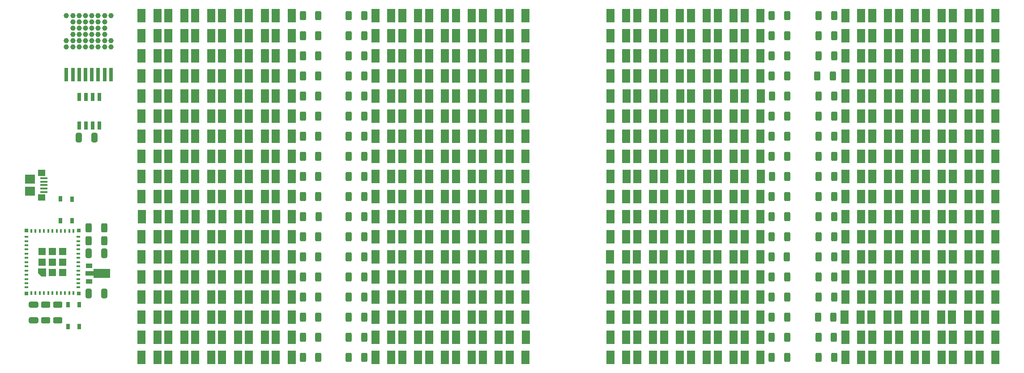
<source format=gbr>
%TF.GenerationSoftware,KiCad,Pcbnew,(6.0.9)*%
%TF.CreationDate,2023-01-28T03:07:56-08:00*%
%TF.ProjectId,GrowLight,47726f77-4c69-4676-9874-2e6b69636164,rev?*%
%TF.SameCoordinates,Original*%
%TF.FileFunction,Paste,Top*%
%TF.FilePolarity,Positive*%
%FSLAX46Y46*%
G04 Gerber Fmt 4.6, Leading zero omitted, Abs format (unit mm)*
G04 Created by KiCad (PCBNEW (6.0.9)) date 2023-01-28 03:07:56*
%MOMM*%
%LPD*%
G01*
G04 APERTURE LIST*
G04 Aperture macros list*
%AMRoundRect*
0 Rectangle with rounded corners*
0 $1 Rounding radius*
0 $2 $3 $4 $5 $6 $7 $8 $9 X,Y pos of 4 corners*
0 Add a 4 corners polygon primitive as box body*
4,1,4,$2,$3,$4,$5,$6,$7,$8,$9,$2,$3,0*
0 Add four circle primitives for the rounded corners*
1,1,$1+$1,$2,$3*
1,1,$1+$1,$4,$5*
1,1,$1+$1,$6,$7*
1,1,$1+$1,$8,$9*
0 Add four rect primitives between the rounded corners*
20,1,$1+$1,$2,$3,$4,$5,0*
20,1,$1+$1,$4,$5,$6,$7,0*
20,1,$1+$1,$6,$7,$8,$9,0*
20,1,$1+$1,$8,$9,$2,$3,0*%
%AMFreePoly0*
4,1,6,0.725000,-0.725000,-0.725000,-0.725000,-0.725000,0.125000,-0.125000,0.725000,0.725000,0.725000,0.725000,-0.725000,0.725000,-0.725000,$1*%
%AMFreePoly1*
4,1,9,3.862500,-0.866500,0.737500,-0.866500,0.737500,-0.450000,-0.737500,-0.450000,-0.737500,0.450000,0.737500,0.450000,0.737500,0.866500,3.862500,0.866500,3.862500,-0.866500,3.862500,-0.866500,$1*%
G04 Aperture macros list end*
%ADD10R,1.500000X2.600000*%
%ADD11RoundRect,0.250000X-0.312500X-0.625000X0.312500X-0.625000X0.312500X0.625000X-0.312500X0.625000X0*%
%ADD12RoundRect,0.250000X0.312500X0.625000X-0.312500X0.625000X-0.312500X-0.625000X0.312500X-0.625000X0*%
%ADD13RoundRect,0.250000X0.325000X0.650000X-0.325000X0.650000X-0.325000X-0.650000X0.325000X-0.650000X0*%
%ADD14RoundRect,0.250000X0.650000X-0.325000X0.650000X0.325000X-0.650000X0.325000X-0.650000X-0.325000X0*%
%ADD15R,0.400000X0.800000*%
%ADD16R,0.800000X0.400000*%
%ADD17R,1.450000X1.450000*%
%ADD18FreePoly0,90.000000*%
%ADD19R,0.700000X0.700000*%
%ADD20R,0.650000X1.050000*%
%ADD21R,0.700000X1.525000*%
%ADD22R,1.300000X0.900000*%
%ADD23FreePoly1,0.000000*%
%ADD24RoundRect,0.250000X-0.325000X-0.650000X0.325000X-0.650000X0.325000X0.650000X-0.325000X0.650000X0*%
%ADD25R,0.700000X2.600000*%
%ADD26C,1.000000*%
%ADD27RoundRect,0.250000X0.625000X-0.312500X0.625000X0.312500X-0.625000X0.312500X-0.625000X-0.312500X0*%
%ADD28RoundRect,0.250000X-0.625000X0.312500X-0.625000X-0.312500X0.625000X-0.312500X0.625000X0.312500X0*%
%ADD29R,1.400000X0.400000*%
%ADD30R,1.450000X1.150000*%
%ADD31R,1.900000X1.750000*%
G04 APERTURE END LIST*
D10*
%TO.C,D419*%
X177292000Y-111760000D03*
X174292000Y-111760000D03*
%TD*%
%TO.C,D10*%
X172242000Y-85090000D03*
X169242000Y-85090000D03*
%TD*%
%TO.C,D343*%
X134922000Y-119380000D03*
X137922000Y-119380000D03*
%TD*%
%TO.C,D314*%
X73382000Y-88900000D03*
X70382000Y-88900000D03*
%TD*%
D11*
%TO.C,R48*%
X184489500Y-69850000D03*
X187414500Y-69850000D03*
%TD*%
D10*
%TO.C,D159*%
X78462000Y-111760000D03*
X75462000Y-111760000D03*
%TD*%
%TO.C,D368*%
X162082000Y-100330000D03*
X159082000Y-100330000D03*
%TD*%
%TO.C,D30*%
X93702000Y-92710000D03*
X90702000Y-92710000D03*
%TD*%
%TO.C,D57*%
X213662000Y-123190000D03*
X216662000Y-123190000D03*
%TD*%
%TO.C,D335*%
X177292000Y-88900000D03*
X174292000Y-88900000D03*
%TD*%
%TO.C,D280*%
X83547000Y-107950000D03*
X80547000Y-107950000D03*
%TD*%
%TO.C,D137*%
X88608250Y-100330000D03*
X85608250Y-100330000D03*
%TD*%
D11*
%TO.C,R33*%
X184489500Y-81280000D03*
X187414500Y-81280000D03*
%TD*%
D10*
%TO.C,D184*%
X208582000Y-92710000D03*
X211582000Y-92710000D03*
%TD*%
%TO.C,D254*%
X129842000Y-88900000D03*
X132842000Y-88900000D03*
%TD*%
D11*
%TO.C,R28*%
X95819500Y-123190000D03*
X98744500Y-123190000D03*
%TD*%
D10*
%TO.C,D347*%
X114602000Y-119380000D03*
X117602000Y-119380000D03*
%TD*%
%TO.C,D138*%
X93688250Y-100330000D03*
X90688250Y-100330000D03*
%TD*%
%TO.C,D67*%
X134922000Y-77470000D03*
X137922000Y-77470000D03*
%TD*%
%TO.C,D120*%
X93702000Y-130810000D03*
X90702000Y-130810000D03*
%TD*%
D12*
%TO.C,R2*%
X58231500Y-110109000D03*
X55306500Y-110109000D03*
%TD*%
D10*
%TO.C,D260*%
X162052000Y-69850000D03*
X159052000Y-69850000D03*
%TD*%
%TO.C,D388*%
X172182000Y-115570000D03*
X169182000Y-115570000D03*
%TD*%
%TO.C,D240*%
X93702000Y-73660000D03*
X90702000Y-73660000D03*
%TD*%
D11*
%TO.C,R6*%
X184519500Y-85090000D03*
X187444500Y-85090000D03*
%TD*%
%TO.C,R44*%
X95819500Y-73660000D03*
X98744500Y-73660000D03*
%TD*%
D10*
%TO.C,D298*%
X119682000Y-123190000D03*
X122682000Y-123190000D03*
%TD*%
D13*
%TO.C,C1*%
X58244000Y-122555000D03*
X55294000Y-122555000D03*
%TD*%
D10*
%TO.C,D366*%
X93702000Y-81280000D03*
X90702000Y-81280000D03*
%TD*%
%TO.C,D274*%
X208447000Y-127000000D03*
X211447000Y-127000000D03*
%TD*%
%TO.C,D33*%
X213662000Y-134620000D03*
X216662000Y-134620000D03*
%TD*%
%TO.C,D252*%
X109522000Y-69850000D03*
X112522000Y-69850000D03*
%TD*%
%TO.C,D172*%
X172212000Y-81280000D03*
X169212000Y-81280000D03*
%TD*%
%TO.C,D328*%
X172212000Y-123190000D03*
X169212000Y-123190000D03*
%TD*%
%TO.C,D272*%
X218607000Y-127000000D03*
X221607000Y-127000000D03*
%TD*%
%TO.C,D36*%
X198422000Y-134620000D03*
X201422000Y-134620000D03*
%TD*%
%TO.C,D149*%
X203502000Y-115570000D03*
X206502000Y-115570000D03*
%TD*%
%TO.C,D342*%
X182372000Y-130810000D03*
X179372000Y-130810000D03*
%TD*%
%TO.C,D417*%
X167132000Y-111760000D03*
X164132000Y-111760000D03*
%TD*%
D12*
%TO.C,R8*%
X107404500Y-73660000D03*
X104479500Y-73660000D03*
%TD*%
D10*
%TO.C,D331*%
X156972000Y-88900000D03*
X153972000Y-88900000D03*
%TD*%
D12*
%TO.C,R47*%
X107404500Y-88900000D03*
X104479500Y-88900000D03*
%TD*%
D10*
%TO.C,D44*%
X129842000Y-134620000D03*
X132842000Y-134620000D03*
%TD*%
%TO.C,D406*%
X172212000Y-96520000D03*
X169212000Y-96520000D03*
%TD*%
D12*
%TO.C,R11*%
X107404500Y-130810000D03*
X104479500Y-130810000D03*
%TD*%
D10*
%TO.C,D422*%
X129842000Y-107950000D03*
X132842000Y-107950000D03*
%TD*%
%TO.C,D429*%
X124762000Y-111760000D03*
X127762000Y-111760000D03*
%TD*%
%TO.C,D241*%
X68302000Y-119380000D03*
X65302000Y-119380000D03*
%TD*%
%TO.C,D300*%
X109522000Y-123190000D03*
X112522000Y-123190000D03*
%TD*%
D14*
%TO.C,C4*%
X44831000Y-127586000D03*
X44831000Y-124636000D03*
%TD*%
D10*
%TO.C,D376*%
X172212000Y-119380000D03*
X169212000Y-119380000D03*
%TD*%
%TO.C,D28*%
X83542000Y-92710000D03*
X80542000Y-92710000D03*
%TD*%
D12*
%TO.C,R18*%
X196304500Y-104140000D03*
X193379500Y-104140000D03*
%TD*%
D10*
%TO.C,D377*%
X177292000Y-119380000D03*
X174292000Y-119380000D03*
%TD*%
%TO.C,D90*%
X109522000Y-92710000D03*
X112522000Y-92710000D03*
%TD*%
%TO.C,D407*%
X177292000Y-96520000D03*
X174292000Y-96520000D03*
%TD*%
%TO.C,D324*%
X109522000Y-104140000D03*
X112522000Y-104140000D03*
%TD*%
%TO.C,D173*%
X177292000Y-81280000D03*
X174292000Y-81280000D03*
%TD*%
%TO.C,D248*%
X129842000Y-69850000D03*
X132842000Y-69850000D03*
%TD*%
%TO.C,D237*%
X78462000Y-73660000D03*
X75462000Y-73660000D03*
%TD*%
%TO.C,D325*%
X156972000Y-123190000D03*
X153972000Y-123190000D03*
%TD*%
%TO.C,D316*%
X83542000Y-88900000D03*
X80542000Y-88900000D03*
%TD*%
D12*
%TO.C,R23*%
X107404500Y-100330000D03*
X104479500Y-100330000D03*
%TD*%
D10*
%TO.C,D51*%
X124762000Y-85090000D03*
X127762000Y-85090000D03*
%TD*%
%TO.C,D178*%
X208582000Y-85090000D03*
X211582000Y-85090000D03*
%TD*%
%TO.C,D193*%
X223822000Y-111760000D03*
X226822000Y-111760000D03*
%TD*%
%TO.C,D414*%
X93702000Y-77470000D03*
X90702000Y-77470000D03*
%TD*%
%TO.C,D212*%
X162052000Y-77470000D03*
X159052000Y-77470000D03*
%TD*%
D11*
%TO.C,R27*%
X95805750Y-100330000D03*
X98730750Y-100330000D03*
%TD*%
D10*
%TO.C,D162*%
X93702000Y-111760000D03*
X90702000Y-111760000D03*
%TD*%
%TO.C,D353*%
X177292000Y-107950000D03*
X174292000Y-107950000D03*
%TD*%
%TO.C,D83*%
X203502000Y-104140000D03*
X206502000Y-104140000D03*
%TD*%
%TO.C,D12*%
X182402000Y-85090000D03*
X179402000Y-85090000D03*
%TD*%
%TO.C,D266*%
X218724500Y-88900000D03*
X221724500Y-88900000D03*
%TD*%
%TO.C,D294*%
X182372000Y-92710000D03*
X179372000Y-92710000D03*
%TD*%
%TO.C,D104*%
X218767000Y-130810000D03*
X221767000Y-130810000D03*
%TD*%
%TO.C,D309*%
X78462000Y-85090000D03*
X75462000Y-85090000D03*
%TD*%
%TO.C,D48*%
X109522000Y-134620000D03*
X112522000Y-134620000D03*
%TD*%
%TO.C,D348*%
X109522000Y-119380000D03*
X112522000Y-119380000D03*
%TD*%
%TO.C,D72*%
X109522000Y-77470000D03*
X112522000Y-77470000D03*
%TD*%
%TO.C,D139*%
X68302000Y-123190000D03*
X65302000Y-123190000D03*
%TD*%
%TO.C,D329*%
X177292000Y-123190000D03*
X174292000Y-123190000D03*
%TD*%
%TO.C,D225*%
X78462000Y-134620000D03*
X75462000Y-134620000D03*
%TD*%
%TO.C,D35*%
X203502000Y-134620000D03*
X206502000Y-134620000D03*
%TD*%
%TO.C,D176*%
X218742000Y-85090000D03*
X221742000Y-85090000D03*
%TD*%
%TO.C,D111*%
X124762000Y-100330000D03*
X127762000Y-100330000D03*
%TD*%
%TO.C,D385*%
X156942000Y-115570000D03*
X153942000Y-115570000D03*
%TD*%
%TO.C,D232*%
X83542000Y-96520000D03*
X80542000Y-96520000D03*
%TD*%
%TO.C,D394*%
X172212000Y-134620000D03*
X169212000Y-134620000D03*
%TD*%
%TO.C,D302*%
X162052000Y-127000000D03*
X159052000Y-127000000D03*
%TD*%
%TO.C,D147*%
X213662000Y-115570000D03*
X216662000Y-115570000D03*
%TD*%
%TO.C,D92*%
X218742000Y-100330000D03*
X221742000Y-100330000D03*
%TD*%
D12*
%TO.C,R76*%
X107404500Y-111760000D03*
X104479500Y-111760000D03*
%TD*%
D10*
%TO.C,D351*%
X167132000Y-107950000D03*
X164132000Y-107950000D03*
%TD*%
%TO.C,D77*%
X203502000Y-69850000D03*
X206502000Y-69850000D03*
%TD*%
%TO.C,D20*%
X129842000Y-73660000D03*
X132842000Y-73660000D03*
%TD*%
%TO.C,D428*%
X129842000Y-111760000D03*
X132842000Y-111760000D03*
%TD*%
%TO.C,D396*%
X182372000Y-134620000D03*
X179372000Y-134620000D03*
%TD*%
%TO.C,D61*%
X223822000Y-107950000D03*
X226822000Y-107950000D03*
%TD*%
%TO.C,D354*%
X182372000Y-107950000D03*
X179372000Y-107950000D03*
%TD*%
%TO.C,D66*%
X198422000Y-107950000D03*
X201422000Y-107950000D03*
%TD*%
%TO.C,D73*%
X223822000Y-69850000D03*
X226822000Y-69850000D03*
%TD*%
%TO.C,D122*%
X218742000Y-77470000D03*
X221742000Y-77470000D03*
%TD*%
%TO.C,D333*%
X167132000Y-88900000D03*
X164132000Y-88900000D03*
%TD*%
%TO.C,D123*%
X213662000Y-77470000D03*
X216662000Y-77470000D03*
%TD*%
%TO.C,D146*%
X218742000Y-115570000D03*
X221742000Y-115570000D03*
%TD*%
%TO.C,D132*%
X198422000Y-81280000D03*
X201422000Y-81280000D03*
%TD*%
D11*
%TO.C,R55*%
X184489500Y-127000000D03*
X187414500Y-127000000D03*
%TD*%
D10*
%TO.C,D246*%
X93702000Y-119380000D03*
X90702000Y-119380000D03*
%TD*%
D15*
%TO.C,U1*%
X44420000Y-122486000D03*
X45220000Y-122486000D03*
X46020000Y-122486000D03*
X46820000Y-122486000D03*
X47620000Y-122486000D03*
X48420000Y-122486000D03*
X49220000Y-122486000D03*
X50020000Y-122486000D03*
X50820000Y-122486000D03*
X51620000Y-122486000D03*
X52420000Y-122486000D03*
D16*
X53320000Y-121386000D03*
X53320000Y-120586000D03*
X53320000Y-119786000D03*
X53320000Y-118986000D03*
X53320000Y-118186000D03*
X53320000Y-117386000D03*
X53320000Y-116586000D03*
X53320000Y-115786000D03*
X53320000Y-114986000D03*
X53320000Y-114186000D03*
X53320000Y-113386000D03*
X53320000Y-112586000D03*
X53320000Y-111786000D03*
D15*
X52420000Y-110686000D03*
X51620000Y-110686000D03*
X50820000Y-110686000D03*
X50020000Y-110686000D03*
X49220000Y-110686000D03*
X48420000Y-110686000D03*
X47620000Y-110686000D03*
X46820000Y-110686000D03*
X46020000Y-110686000D03*
X45220000Y-110686000D03*
X44420000Y-110686000D03*
D16*
X43520000Y-111786000D03*
X43520000Y-112586000D03*
X43520000Y-113386000D03*
X43520000Y-114186000D03*
X43520000Y-114986000D03*
X43520000Y-115786000D03*
X43520000Y-116586000D03*
X43520000Y-117386000D03*
X43520000Y-118186000D03*
X43520000Y-118986000D03*
X43520000Y-119786000D03*
X43520000Y-120586000D03*
X43520000Y-121386000D03*
D17*
X48420000Y-116586000D03*
X46445000Y-116586000D03*
X50395000Y-116586000D03*
X50395000Y-114611000D03*
D18*
X46445000Y-118561000D03*
D17*
X48420000Y-114611000D03*
X50395000Y-118561000D03*
X48420000Y-118561000D03*
X46445000Y-114611000D03*
D19*
X43470000Y-110636000D03*
X53370000Y-110636000D03*
X53370000Y-122536000D03*
X43470000Y-122536000D03*
%TD*%
D10*
%TO.C,D26*%
X73382000Y-92710000D03*
X70382000Y-92710000D03*
%TD*%
D11*
%TO.C,R38*%
X95819500Y-69850000D03*
X98744500Y-69850000D03*
%TD*%
D10*
%TO.C,D326*%
X162052000Y-123190000D03*
X159052000Y-123190000D03*
%TD*%
D11*
%TO.C,R36*%
X184489500Y-73660000D03*
X187414500Y-73660000D03*
%TD*%
D10*
%TO.C,D81*%
X213662000Y-104140000D03*
X216662000Y-104140000D03*
%TD*%
%TO.C,D410*%
X73382000Y-77470000D03*
X70382000Y-77470000D03*
%TD*%
%TO.C,D200*%
X73382000Y-69850000D03*
X70382000Y-69850000D03*
%TD*%
%TO.C,D390*%
X182342000Y-115570000D03*
X179342000Y-115570000D03*
%TD*%
%TO.C,D160*%
X83542000Y-111760000D03*
X80542000Y-111760000D03*
%TD*%
%TO.C,D161*%
X88622000Y-111760000D03*
X85622000Y-111760000D03*
%TD*%
%TO.C,D293*%
X177292000Y-92710000D03*
X174292000Y-92710000D03*
%TD*%
%TO.C,D267*%
X213644500Y-88900000D03*
X216644500Y-88900000D03*
%TD*%
%TO.C,D409*%
X68302000Y-77470000D03*
X65302000Y-77470000D03*
%TD*%
%TO.C,D130*%
X208582000Y-81280000D03*
X211582000Y-81280000D03*
%TD*%
%TO.C,D18*%
X93702000Y-115570000D03*
X90702000Y-115570000D03*
%TD*%
%TO.C,D126*%
X198422000Y-77470000D03*
X201422000Y-77470000D03*
%TD*%
%TO.C,D109*%
X134922000Y-100330000D03*
X137922000Y-100330000D03*
%TD*%
%TO.C,D361*%
X68302000Y-81280000D03*
X65302000Y-81280000D03*
%TD*%
%TO.C,D140*%
X73382000Y-123190000D03*
X70382000Y-123190000D03*
%TD*%
D12*
%TO.C,R19*%
X107404500Y-92710000D03*
X104479500Y-92710000D03*
%TD*%
D10*
%TO.C,D250*%
X119682000Y-69850000D03*
X122682000Y-69850000D03*
%TD*%
%TO.C,D59*%
X203502000Y-123190000D03*
X206502000Y-123190000D03*
%TD*%
D11*
%TO.C,R66*%
X184519500Y-100330000D03*
X187444500Y-100330000D03*
%TD*%
D10*
%TO.C,D244*%
X83542000Y-119380000D03*
X80542000Y-119380000D03*
%TD*%
%TO.C,D337*%
X156972000Y-130810000D03*
X153972000Y-130810000D03*
%TD*%
D20*
%TO.C,SW1*%
X49979000Y-108755000D03*
X49979000Y-104605000D03*
X52129000Y-108755000D03*
X52129000Y-104630000D03*
%TD*%
D10*
%TO.C,D19*%
X134922000Y-73660000D03*
X137922000Y-73660000D03*
%TD*%
%TO.C,D405*%
X167132000Y-96520000D03*
X164132000Y-96520000D03*
%TD*%
%TO.C,D408*%
X182372000Y-96520000D03*
X179372000Y-96520000D03*
%TD*%
%TO.C,D392*%
X162052000Y-134620000D03*
X159052000Y-134620000D03*
%TD*%
D11*
%TO.C,R73*%
X95819500Y-77470000D03*
X98744500Y-77470000D03*
%TD*%
D10*
%TO.C,D389*%
X177262000Y-115570000D03*
X174262000Y-115570000D03*
%TD*%
D21*
%TO.C,IC1*%
X57277000Y-85299000D03*
X56007000Y-85299000D03*
X54737000Y-85299000D03*
X53467000Y-85299000D03*
X53467000Y-90723000D03*
X54737000Y-90723000D03*
X56007000Y-90723000D03*
X57277000Y-90723000D03*
%TD*%
D10*
%TO.C,D166*%
X83542000Y-127000000D03*
X80542000Y-127000000D03*
%TD*%
%TO.C,D210*%
X198422000Y-119380000D03*
X201422000Y-119380000D03*
%TD*%
%TO.C,D119*%
X88622000Y-130810000D03*
X85622000Y-130810000D03*
%TD*%
D12*
%TO.C,R17*%
X196304500Y-69850000D03*
X193379500Y-69850000D03*
%TD*%
D10*
%TO.C,D404*%
X162052000Y-96520000D03*
X159052000Y-96520000D03*
%TD*%
%TO.C,D379*%
X134922000Y-115570000D03*
X137922000Y-115570000D03*
%TD*%
%TO.C,D420*%
X182372000Y-111760000D03*
X179372000Y-111760000D03*
%TD*%
%TO.C,D204*%
X93702000Y-69850000D03*
X90702000Y-69850000D03*
%TD*%
D12*
%TO.C,R12*%
X107404500Y-134620000D03*
X104479500Y-134620000D03*
%TD*%
D10*
%TO.C,D336*%
X182372000Y-88900000D03*
X179372000Y-88900000D03*
%TD*%
%TO.C,D268*%
X208564500Y-88900000D03*
X211564500Y-88900000D03*
%TD*%
%TO.C,D223*%
X68302000Y-134620000D03*
X65302000Y-134620000D03*
%TD*%
%TO.C,D129*%
X213662000Y-81280000D03*
X216662000Y-81280000D03*
%TD*%
D12*
%TO.C,R29*%
X196304500Y-115570000D03*
X193379500Y-115570000D03*
%TD*%
D10*
%TO.C,D41*%
X114602000Y-130810000D03*
X117602000Y-130810000D03*
%TD*%
%TO.C,D364*%
X83542000Y-81280000D03*
X80542000Y-81280000D03*
%TD*%
%TO.C,D236*%
X73382000Y-73660000D03*
X70382000Y-73660000D03*
%TD*%
%TO.C,D177*%
X213662000Y-85090000D03*
X216662000Y-85090000D03*
%TD*%
%TO.C,D85*%
X134922000Y-92710000D03*
X137922000Y-92710000D03*
%TD*%
%TO.C,D247*%
X134922000Y-69850000D03*
X137922000Y-69850000D03*
%TD*%
%TO.C,D8*%
X162082000Y-85090000D03*
X159082000Y-85090000D03*
%TD*%
%TO.C,D288*%
X198422000Y-96520000D03*
X201422000Y-96520000D03*
%TD*%
D11*
%TO.C,R40*%
X184489500Y-77470000D03*
X187414500Y-77470000D03*
%TD*%
D10*
%TO.C,D115*%
X68302000Y-130810000D03*
X65302000Y-130810000D03*
%TD*%
%TO.C,D424*%
X119682000Y-107950000D03*
X122682000Y-107950000D03*
%TD*%
%TO.C,D185*%
X203502000Y-92710000D03*
X206502000Y-92710000D03*
%TD*%
D11*
%TO.C,R53*%
X184489500Y-92710000D03*
X187414500Y-92710000D03*
%TD*%
D10*
%TO.C,D235*%
X68302000Y-73660000D03*
X65302000Y-73660000D03*
%TD*%
%TO.C,D317*%
X88622000Y-88900000D03*
X85622000Y-88900000D03*
%TD*%
D11*
%TO.C,R65*%
X95819500Y-81280000D03*
X98744500Y-81280000D03*
%TD*%
D10*
%TO.C,D75*%
X213662000Y-69850000D03*
X216662000Y-69850000D03*
%TD*%
D11*
%TO.C,R63*%
X184489500Y-107950000D03*
X187414500Y-107950000D03*
%TD*%
D12*
%TO.C,R71*%
X107404500Y-127000000D03*
X104479500Y-127000000D03*
%TD*%
%TO.C,R26*%
X196074500Y-81280000D03*
X193149500Y-81280000D03*
%TD*%
D10*
%TO.C,D76*%
X208582000Y-69850000D03*
X211582000Y-69850000D03*
%TD*%
%TO.C,D89*%
X114602000Y-92710000D03*
X117602000Y-92710000D03*
%TD*%
%TO.C,D372*%
X182402000Y-100330000D03*
X179402000Y-100330000D03*
%TD*%
%TO.C,D11*%
X177322000Y-85090000D03*
X174322000Y-85090000D03*
%TD*%
%TO.C,D357*%
X167132000Y-104140000D03*
X164132000Y-104140000D03*
%TD*%
%TO.C,D215*%
X177292000Y-77470000D03*
X174292000Y-77470000D03*
%TD*%
%TO.C,D308*%
X73382000Y-85090000D03*
X70382000Y-85090000D03*
%TD*%
%TO.C,D344*%
X129842000Y-119380000D03*
X132842000Y-119380000D03*
%TD*%
%TO.C,D133*%
X68288250Y-100330000D03*
X65288250Y-100330000D03*
%TD*%
D11*
%TO.C,R67*%
X184489500Y-119380000D03*
X187414500Y-119380000D03*
%TD*%
D12*
%TO.C,R34*%
X196304500Y-85090000D03*
X193379500Y-85090000D03*
%TD*%
D10*
%TO.C,D401*%
X114602000Y-127000000D03*
X117602000Y-127000000D03*
%TD*%
%TO.C,D370*%
X172242000Y-100330000D03*
X169242000Y-100330000D03*
%TD*%
%TO.C,D238*%
X83542000Y-73660000D03*
X80542000Y-73660000D03*
%TD*%
%TO.C,D112*%
X119682000Y-100330000D03*
X122682000Y-100330000D03*
%TD*%
%TO.C,D9*%
X167162000Y-85090000D03*
X164162000Y-85090000D03*
%TD*%
%TO.C,D187*%
X156972000Y-73660000D03*
X153972000Y-73660000D03*
%TD*%
D11*
%TO.C,R45*%
X95819500Y-119380000D03*
X98744500Y-119380000D03*
%TD*%
D10*
%TO.C,D387*%
X167102000Y-115570000D03*
X164102000Y-115570000D03*
%TD*%
%TO.C,D21*%
X124762000Y-73660000D03*
X127762000Y-73660000D03*
%TD*%
%TO.C,D319*%
X134922000Y-104140000D03*
X137922000Y-104140000D03*
%TD*%
%TO.C,D305*%
X177292000Y-127000000D03*
X174292000Y-127000000D03*
%TD*%
D12*
%TO.C,R50*%
X196169500Y-127000000D03*
X193244500Y-127000000D03*
%TD*%
D10*
%TO.C,D352*%
X172212000Y-107950000D03*
X169212000Y-107950000D03*
%TD*%
D20*
%TO.C,SW2*%
X53526000Y-128821000D03*
X53526000Y-124671000D03*
X51376000Y-128796000D03*
X51376000Y-124671000D03*
%TD*%
D10*
%TO.C,D346*%
X119682000Y-119380000D03*
X122682000Y-119380000D03*
%TD*%
%TO.C,D259*%
X156972000Y-69850000D03*
X153972000Y-69850000D03*
%TD*%
%TO.C,D192*%
X182372000Y-73660000D03*
X179372000Y-73660000D03*
%TD*%
%TO.C,D278*%
X73387000Y-107950000D03*
X70387000Y-107950000D03*
%TD*%
%TO.C,D289*%
X156972000Y-92710000D03*
X153972000Y-92710000D03*
%TD*%
%TO.C,D179*%
X203502000Y-85090000D03*
X206502000Y-85090000D03*
%TD*%
%TO.C,D142*%
X83542000Y-123190000D03*
X80542000Y-123190000D03*
%TD*%
%TO.C,D49*%
X134922000Y-85090000D03*
X137922000Y-85090000D03*
%TD*%
%TO.C,D338*%
X162052000Y-130810000D03*
X159052000Y-130810000D03*
%TD*%
%TO.C,D70*%
X119682000Y-77470000D03*
X122682000Y-77470000D03*
%TD*%
%TO.C,D418*%
X172212000Y-111760000D03*
X169212000Y-111760000D03*
%TD*%
%TO.C,D97*%
X134922000Y-96520000D03*
X137922000Y-96520000D03*
%TD*%
D12*
%TO.C,R49*%
X196287000Y-88900000D03*
X193362000Y-88900000D03*
%TD*%
D10*
%TO.C,D46*%
X119682000Y-134620000D03*
X122682000Y-134620000D03*
%TD*%
%TO.C,D43*%
X134922000Y-134620000D03*
X137922000Y-134620000D03*
%TD*%
%TO.C,D285*%
X213662000Y-96520000D03*
X216662000Y-96520000D03*
%TD*%
%TO.C,D283*%
X223822000Y-96520000D03*
X226822000Y-96520000D03*
%TD*%
%TO.C,D431*%
X114602000Y-111760000D03*
X117602000Y-111760000D03*
%TD*%
%TO.C,D291*%
X167132000Y-92710000D03*
X164132000Y-92710000D03*
%TD*%
%TO.C,D175*%
X223822000Y-85090000D03*
X226822000Y-85090000D03*
%TD*%
%TO.C,D88*%
X119682000Y-92710000D03*
X122682000Y-92710000D03*
%TD*%
%TO.C,D216*%
X182372000Y-77470000D03*
X179372000Y-77470000D03*
%TD*%
%TO.C,D23*%
X114602000Y-73660000D03*
X117602000Y-73660000D03*
%TD*%
%TO.C,D332*%
X162052000Y-88900000D03*
X159052000Y-88900000D03*
%TD*%
%TO.C,D382*%
X119682000Y-115570000D03*
X122682000Y-115570000D03*
%TD*%
%TO.C,D239*%
X88622000Y-73660000D03*
X85622000Y-73660000D03*
%TD*%
D11*
%TO.C,R64*%
X184489500Y-104140000D03*
X187414500Y-104140000D03*
%TD*%
D10*
%TO.C,D269*%
X203484500Y-88900000D03*
X206484500Y-88900000D03*
%TD*%
%TO.C,D221*%
X114602000Y-81280000D03*
X117602000Y-81280000D03*
%TD*%
D12*
%TO.C,R52*%
X196304500Y-96520000D03*
X193379500Y-96520000D03*
%TD*%
D22*
%TO.C,U2*%
X55373000Y-117245000D03*
D23*
X55460500Y-118745000D03*
D22*
X55373000Y-120245000D03*
%TD*%
D10*
%TO.C,D156*%
X198422000Y-73660000D03*
X201422000Y-73660000D03*
%TD*%
%TO.C,D375*%
X167132000Y-119380000D03*
X164132000Y-119380000D03*
%TD*%
%TO.C,D262*%
X172212000Y-69850000D03*
X169212000Y-69850000D03*
%TD*%
D13*
%TO.C,C2*%
X56339000Y-92964000D03*
X53389000Y-92964000D03*
%TD*%
D10*
%TO.C,D251*%
X114602000Y-69850000D03*
X117602000Y-69850000D03*
%TD*%
%TO.C,D34*%
X208582000Y-134620000D03*
X211582000Y-134620000D03*
%TD*%
%TO.C,D207*%
X213662000Y-119380000D03*
X216662000Y-119380000D03*
%TD*%
%TO.C,D356*%
X162052000Y-104140000D03*
X159052000Y-104140000D03*
%TD*%
%TO.C,D84*%
X198422000Y-104140000D03*
X201422000Y-104140000D03*
%TD*%
%TO.C,D391*%
X156972000Y-134620000D03*
X153972000Y-134620000D03*
%TD*%
%TO.C,D134*%
X73368250Y-100330000D03*
X70368250Y-100330000D03*
%TD*%
%TO.C,D143*%
X88622000Y-123190000D03*
X85622000Y-123190000D03*
%TD*%
%TO.C,D373*%
X156972000Y-119380000D03*
X153972000Y-119380000D03*
%TD*%
%TO.C,D245*%
X88622000Y-119380000D03*
X85622000Y-119380000D03*
%TD*%
%TO.C,D203*%
X88622000Y-69850000D03*
X85622000Y-69850000D03*
%TD*%
%TO.C,D79*%
X223822000Y-104140000D03*
X226822000Y-104140000D03*
%TD*%
D11*
%TO.C,R60*%
X184489500Y-88900000D03*
X187414500Y-88900000D03*
%TD*%
D12*
%TO.C,R22*%
X196272000Y-130865000D03*
X193347000Y-130865000D03*
%TD*%
D10*
%TO.C,D310*%
X83542000Y-85090000D03*
X80542000Y-85090000D03*
%TD*%
%TO.C,D148*%
X208582000Y-115570000D03*
X211582000Y-115570000D03*
%TD*%
%TO.C,D163*%
X68302000Y-127000000D03*
X65302000Y-127000000D03*
%TD*%
%TO.C,D383*%
X114602000Y-115570000D03*
X117602000Y-115570000D03*
%TD*%
%TO.C,D367*%
X157002000Y-100330000D03*
X154002000Y-100330000D03*
%TD*%
%TO.C,D86*%
X129842000Y-92710000D03*
X132842000Y-92710000D03*
%TD*%
%TO.C,D218*%
X129842000Y-81280000D03*
X132842000Y-81280000D03*
%TD*%
%TO.C,D196*%
X208582000Y-111760000D03*
X211582000Y-111760000D03*
%TD*%
%TO.C,D273*%
X213527000Y-127000000D03*
X216527000Y-127000000D03*
%TD*%
%TO.C,D108*%
X198447000Y-130810000D03*
X201447000Y-130810000D03*
%TD*%
%TO.C,D170*%
X162052000Y-81280000D03*
X159052000Y-81280000D03*
%TD*%
D11*
%TO.C,R61*%
X184489500Y-130810000D03*
X187414500Y-130810000D03*
%TD*%
D10*
%TO.C,D330*%
X182372000Y-123190000D03*
X179372000Y-123190000D03*
%TD*%
%TO.C,D141*%
X78462000Y-123190000D03*
X75462000Y-123190000D03*
%TD*%
%TO.C,D105*%
X213687000Y-130810000D03*
X216687000Y-130810000D03*
%TD*%
D11*
%TO.C,R72*%
X184489500Y-96520000D03*
X187414500Y-96520000D03*
%TD*%
D10*
%TO.C,D45*%
X124762000Y-134620000D03*
X127762000Y-134620000D03*
%TD*%
%TO.C,D131*%
X203502000Y-81280000D03*
X206502000Y-81280000D03*
%TD*%
D12*
%TO.C,R30*%
X196304500Y-73660000D03*
X193379500Y-73660000D03*
%TD*%
D10*
%TO.C,D91*%
X223822000Y-100330000D03*
X226822000Y-100330000D03*
%TD*%
%TO.C,D15*%
X78462000Y-115570000D03*
X75462000Y-115570000D03*
%TD*%
%TO.C,D265*%
X223804500Y-88900000D03*
X226804500Y-88900000D03*
%TD*%
%TO.C,D258*%
X109522000Y-88900000D03*
X112522000Y-88900000D03*
%TD*%
%TO.C,D3*%
X78462000Y-104140000D03*
X75462000Y-104140000D03*
%TD*%
D11*
%TO.C,R59*%
X184489500Y-123190000D03*
X187414500Y-123190000D03*
%TD*%
D24*
%TO.C,C3*%
X55294000Y-114935000D03*
X58244000Y-114935000D03*
%TD*%
D12*
%TO.C,R46*%
X107404500Y-69850000D03*
X104479500Y-69850000D03*
%TD*%
D10*
%TO.C,D318*%
X93702000Y-88900000D03*
X90702000Y-88900000D03*
%TD*%
%TO.C,D96*%
X198422000Y-100330000D03*
X201422000Y-100330000D03*
%TD*%
%TO.C,D4*%
X83542000Y-104140000D03*
X80542000Y-104140000D03*
%TD*%
%TO.C,D432*%
X109522000Y-111760000D03*
X112522000Y-111760000D03*
%TD*%
%TO.C,D69*%
X124762000Y-77470000D03*
X127762000Y-77470000D03*
%TD*%
%TO.C,D155*%
X203502000Y-73660000D03*
X206502000Y-73660000D03*
%TD*%
%TO.C,D95*%
X203502000Y-100330000D03*
X206502000Y-100330000D03*
%TD*%
%TO.C,D198*%
X198422000Y-111760000D03*
X201422000Y-111760000D03*
%TD*%
%TO.C,D334*%
X172212000Y-88900000D03*
X169212000Y-88900000D03*
%TD*%
%TO.C,D381*%
X124762000Y-115570000D03*
X127762000Y-115570000D03*
%TD*%
D12*
%TO.C,R41*%
X107404500Y-81280000D03*
X104479500Y-81280000D03*
%TD*%
D10*
%TO.C,D270*%
X198404500Y-88900000D03*
X201404500Y-88900000D03*
%TD*%
%TO.C,D426*%
X109522000Y-107950000D03*
X112522000Y-107950000D03*
%TD*%
%TO.C,D243*%
X78462000Y-119380000D03*
X75462000Y-119380000D03*
%TD*%
%TO.C,D78*%
X198422000Y-69850000D03*
X201422000Y-69850000D03*
%TD*%
%TO.C,D222*%
X109522000Y-81280000D03*
X112522000Y-81280000D03*
%TD*%
%TO.C,D106*%
X208607000Y-130810000D03*
X211607000Y-130810000D03*
%TD*%
%TO.C,D42*%
X109522000Y-130810000D03*
X112522000Y-130810000D03*
%TD*%
%TO.C,D202*%
X83542000Y-69850000D03*
X80542000Y-69850000D03*
%TD*%
D11*
%TO.C,R57*%
X95819500Y-88900000D03*
X98744500Y-88900000D03*
%TD*%
D10*
%TO.C,D152*%
X218742000Y-73660000D03*
X221742000Y-73660000D03*
%TD*%
%TO.C,D281*%
X88627000Y-107950000D03*
X85627000Y-107950000D03*
%TD*%
%TO.C,D63*%
X213662000Y-107950000D03*
X216662000Y-107950000D03*
%TD*%
%TO.C,D397*%
X134922000Y-127000000D03*
X137922000Y-127000000D03*
%TD*%
%TO.C,D103*%
X223847000Y-130810000D03*
X226847000Y-130810000D03*
%TD*%
%TO.C,D229*%
X68302000Y-96520000D03*
X65302000Y-96520000D03*
%TD*%
%TO.C,D287*%
X203502000Y-96520000D03*
X206502000Y-96520000D03*
%TD*%
%TO.C,D29*%
X88622000Y-92710000D03*
X85622000Y-92710000D03*
%TD*%
%TO.C,D327*%
X167132000Y-123190000D03*
X164132000Y-123190000D03*
%TD*%
%TO.C,D174*%
X182372000Y-81280000D03*
X179372000Y-81280000D03*
%TD*%
%TO.C,D277*%
X68307000Y-107950000D03*
X65307000Y-107950000D03*
%TD*%
D11*
%TO.C,R1*%
X95819500Y-104140000D03*
X98744500Y-104140000D03*
%TD*%
D10*
%TO.C,D125*%
X203502000Y-77470000D03*
X206502000Y-77470000D03*
%TD*%
%TO.C,D403*%
X156972000Y-96520000D03*
X153972000Y-96520000D03*
%TD*%
%TO.C,D116*%
X73382000Y-130810000D03*
X70382000Y-130810000D03*
%TD*%
D12*
%TO.C,R39*%
X196304500Y-119380000D03*
X193379500Y-119380000D03*
%TD*%
D10*
%TO.C,D153*%
X213662000Y-73660000D03*
X216662000Y-73660000D03*
%TD*%
D11*
%TO.C,R42*%
X95819500Y-134620000D03*
X98744500Y-134620000D03*
%TD*%
D10*
%TO.C,D5*%
X88622000Y-104140000D03*
X85622000Y-104140000D03*
%TD*%
%TO.C,D2*%
X73382000Y-104140000D03*
X70382000Y-104140000D03*
%TD*%
%TO.C,D217*%
X134922000Y-81280000D03*
X137922000Y-81280000D03*
%TD*%
%TO.C,D82*%
X208582000Y-104140000D03*
X211582000Y-104140000D03*
%TD*%
%TO.C,D144*%
X93702000Y-123190000D03*
X90702000Y-123190000D03*
%TD*%
%TO.C,D227*%
X88622000Y-134620000D03*
X85622000Y-134620000D03*
%TD*%
%TO.C,D64*%
X208582000Y-107950000D03*
X211582000Y-107950000D03*
%TD*%
%TO.C,D321*%
X124762000Y-104140000D03*
X127762000Y-104140000D03*
%TD*%
D12*
%TO.C,R68*%
X107404500Y-115570000D03*
X104479500Y-115570000D03*
%TD*%
D10*
%TO.C,D363*%
X78462000Y-81280000D03*
X75462000Y-81280000D03*
%TD*%
D11*
%TO.C,R70*%
X184489500Y-134620000D03*
X187414500Y-134620000D03*
%TD*%
D10*
%TO.C,D249*%
X124762000Y-69850000D03*
X127762000Y-69850000D03*
%TD*%
D11*
%TO.C,R43*%
X95819500Y-96520000D03*
X98744500Y-96520000D03*
%TD*%
D10*
%TO.C,D271*%
X223822000Y-127000000D03*
X226822000Y-127000000D03*
%TD*%
%TO.C,D16*%
X83542000Y-115570000D03*
X80542000Y-115570000D03*
%TD*%
D25*
%TO.C,Q1*%
X57080000Y-81010000D03*
D26*
X53480000Y-74630000D03*
X54680000Y-73430000D03*
D25*
X59480000Y-81010000D03*
D26*
X52280000Y-72230000D03*
D25*
X58280000Y-81010000D03*
D26*
X54680000Y-71030000D03*
D25*
X51080000Y-81010000D03*
D26*
X51080000Y-75830000D03*
X54680000Y-75830000D03*
X57080000Y-73430000D03*
X55880000Y-75830000D03*
X51080000Y-69830000D03*
X55880000Y-69830000D03*
X55880000Y-73430000D03*
X59480000Y-74630000D03*
X53480000Y-72230000D03*
X52280000Y-74630000D03*
X58280000Y-69830000D03*
X58280000Y-75830000D03*
D25*
X54680000Y-81010000D03*
D26*
X53480000Y-71030000D03*
X51080000Y-74630000D03*
X57080000Y-74630000D03*
X53480000Y-73430000D03*
X57080000Y-69830000D03*
D25*
X53480000Y-81010000D03*
D26*
X54680000Y-69830000D03*
X58280000Y-73430000D03*
X57080000Y-72230000D03*
X59480000Y-69830000D03*
X54680000Y-74630000D03*
X52280000Y-71030000D03*
X55880000Y-74630000D03*
X55880000Y-71030000D03*
X55880000Y-72230000D03*
X52280000Y-73430000D03*
X58280000Y-71030000D03*
X53480000Y-75830000D03*
X52280000Y-75830000D03*
D25*
X55880000Y-81010000D03*
D26*
X57080000Y-71030000D03*
X52280000Y-69830000D03*
X58280000Y-74630000D03*
X57080000Y-75830000D03*
X58280000Y-72230000D03*
X54680000Y-72230000D03*
D25*
X52280000Y-81010000D03*
D26*
X53480000Y-69830000D03*
X59480000Y-75830000D03*
%TD*%
D11*
%TO.C,R24*%
X95819500Y-130810000D03*
X98744500Y-130810000D03*
%TD*%
D12*
%TO.C,R35*%
X196304500Y-92710000D03*
X193379500Y-92710000D03*
%TD*%
D27*
%TO.C,R5*%
X47117000Y-127573500D03*
X47117000Y-124648500D03*
%TD*%
D12*
%TO.C,R13*%
X107404500Y-85090000D03*
X104479500Y-85090000D03*
%TD*%
D10*
%TO.C,D423*%
X124762000Y-107950000D03*
X127762000Y-107950000D03*
%TD*%
D12*
%TO.C,R21*%
X107404500Y-96520000D03*
X104479500Y-96520000D03*
%TD*%
D10*
%TO.C,D395*%
X177292000Y-134620000D03*
X174292000Y-134620000D03*
%TD*%
%TO.C,D189*%
X167132000Y-73660000D03*
X164132000Y-73660000D03*
%TD*%
%TO.C,D312*%
X93702000Y-85090000D03*
X90702000Y-85090000D03*
%TD*%
%TO.C,D136*%
X83528250Y-100330000D03*
X80528250Y-100330000D03*
%TD*%
%TO.C,D276*%
X198287000Y-127000000D03*
X201287000Y-127000000D03*
%TD*%
%TO.C,D228*%
X93702000Y-134620000D03*
X90702000Y-134620000D03*
%TD*%
%TO.C,D100*%
X119682000Y-96520000D03*
X122682000Y-96520000D03*
%TD*%
D12*
%TO.C,R75*%
X107404500Y-107950000D03*
X104479500Y-107950000D03*
%TD*%
D10*
%TO.C,D13*%
X68302000Y-115570000D03*
X65302000Y-115570000D03*
%TD*%
%TO.C,D412*%
X83542000Y-77470000D03*
X80542000Y-77470000D03*
%TD*%
%TO.C,D206*%
X218742000Y-119380000D03*
X221742000Y-119380000D03*
%TD*%
%TO.C,D60*%
X198422000Y-123190000D03*
X201422000Y-123190000D03*
%TD*%
%TO.C,D194*%
X218742000Y-111760000D03*
X221742000Y-111760000D03*
%TD*%
%TO.C,D118*%
X83542000Y-130810000D03*
X80542000Y-130810000D03*
%TD*%
%TO.C,D24*%
X109522000Y-73660000D03*
X112522000Y-73660000D03*
%TD*%
%TO.C,D214*%
X172212000Y-77470000D03*
X169212000Y-77470000D03*
%TD*%
%TO.C,D322*%
X119682000Y-104140000D03*
X122682000Y-104140000D03*
%TD*%
%TO.C,D359*%
X177292000Y-104140000D03*
X174292000Y-104140000D03*
%TD*%
%TO.C,D350*%
X162052000Y-107950000D03*
X159052000Y-107950000D03*
%TD*%
%TO.C,D355*%
X156972000Y-104140000D03*
X153972000Y-104140000D03*
%TD*%
%TO.C,D295*%
X134922000Y-123190000D03*
X137922000Y-123190000D03*
%TD*%
%TO.C,D374*%
X162052000Y-119380000D03*
X159052000Y-119380000D03*
%TD*%
%TO.C,D102*%
X109522000Y-96520000D03*
X112522000Y-96520000D03*
%TD*%
D12*
%TO.C,R15*%
X196304500Y-107950000D03*
X193379500Y-107950000D03*
%TD*%
D10*
%TO.C,D208*%
X208582000Y-119380000D03*
X211582000Y-119380000D03*
%TD*%
D11*
%TO.C,R31*%
X95819500Y-111760000D03*
X98744500Y-111760000D03*
%TD*%
D10*
%TO.C,D38*%
X129842000Y-130810000D03*
X132842000Y-130810000D03*
%TD*%
%TO.C,D411*%
X78462000Y-77470000D03*
X75462000Y-77470000D03*
%TD*%
%TO.C,D135*%
X78448250Y-100330000D03*
X75448250Y-100330000D03*
%TD*%
%TO.C,D430*%
X119682000Y-111760000D03*
X122682000Y-111760000D03*
%TD*%
%TO.C,D27*%
X78462000Y-92710000D03*
X75462000Y-92710000D03*
%TD*%
%TO.C,D425*%
X114602000Y-107950000D03*
X117602000Y-107950000D03*
%TD*%
%TO.C,D199*%
X68302000Y-69850000D03*
X65302000Y-69850000D03*
%TD*%
%TO.C,D7*%
X157002000Y-85090000D03*
X154002000Y-85090000D03*
%TD*%
%TO.C,D145*%
X223822000Y-115570000D03*
X226822000Y-115570000D03*
%TD*%
%TO.C,D68*%
X129842000Y-77470000D03*
X132842000Y-77470000D03*
%TD*%
%TO.C,D117*%
X78462000Y-130810000D03*
X75462000Y-130810000D03*
%TD*%
%TO.C,D25*%
X68302000Y-92710000D03*
X65302000Y-92710000D03*
%TD*%
%TO.C,D195*%
X213662000Y-111760000D03*
X216662000Y-111760000D03*
%TD*%
D11*
%TO.C,R32*%
X95819500Y-127000000D03*
X98744500Y-127000000D03*
%TD*%
D10*
%TO.C,D65*%
X203502000Y-107950000D03*
X206502000Y-107950000D03*
%TD*%
%TO.C,D296*%
X129842000Y-123190000D03*
X132842000Y-123190000D03*
%TD*%
D12*
%TO.C,R10*%
X196304500Y-134620000D03*
X193379500Y-134620000D03*
%TD*%
D11*
%TO.C,R51*%
X95824500Y-107950000D03*
X98749500Y-107950000D03*
%TD*%
D10*
%TO.C,D340*%
X172212000Y-130810000D03*
X169212000Y-130810000D03*
%TD*%
%TO.C,D6*%
X93702000Y-104140000D03*
X90702000Y-104140000D03*
%TD*%
%TO.C,D52*%
X119682000Y-85090000D03*
X122682000Y-85090000D03*
%TD*%
%TO.C,D150*%
X198422000Y-115570000D03*
X201422000Y-115570000D03*
%TD*%
%TO.C,D107*%
X203527000Y-130810000D03*
X206527000Y-130810000D03*
%TD*%
%TO.C,D183*%
X213662000Y-92710000D03*
X216662000Y-92710000D03*
%TD*%
%TO.C,D56*%
X218742000Y-123190000D03*
X221742000Y-123190000D03*
%TD*%
%TO.C,D50*%
X129842000Y-85090000D03*
X132842000Y-85090000D03*
%TD*%
%TO.C,D58*%
X208582000Y-123190000D03*
X211582000Y-123190000D03*
%TD*%
%TO.C,D22*%
X119682000Y-73660000D03*
X122682000Y-73660000D03*
%TD*%
%TO.C,D127*%
X223822000Y-81280000D03*
X226822000Y-81280000D03*
%TD*%
%TO.C,D53*%
X114602000Y-85090000D03*
X117602000Y-85090000D03*
%TD*%
%TO.C,D311*%
X88622000Y-85090000D03*
X85622000Y-85090000D03*
%TD*%
%TO.C,D275*%
X203367000Y-127000000D03*
X206367000Y-127000000D03*
%TD*%
%TO.C,D384*%
X109522000Y-115570000D03*
X112522000Y-115570000D03*
%TD*%
D12*
%TO.C,R25*%
X196304500Y-77470000D03*
X193379500Y-77470000D03*
%TD*%
D11*
%TO.C,R9*%
X95819500Y-92710000D03*
X98744500Y-92710000D03*
%TD*%
D10*
%TO.C,D345*%
X124762000Y-119380000D03*
X127762000Y-119380000D03*
%TD*%
%TO.C,D74*%
X218742000Y-69850000D03*
X221742000Y-69850000D03*
%TD*%
%TO.C,D360*%
X182372000Y-104140000D03*
X179372000Y-104140000D03*
%TD*%
%TO.C,D233*%
X88622000Y-96520000D03*
X85622000Y-96520000D03*
%TD*%
%TO.C,D180*%
X198422000Y-85090000D03*
X201422000Y-85090000D03*
%TD*%
%TO.C,D224*%
X73382000Y-134620000D03*
X70382000Y-134620000D03*
%TD*%
%TO.C,D378*%
X182372000Y-119380000D03*
X179372000Y-119380000D03*
%TD*%
%TO.C,D399*%
X124762000Y-127000000D03*
X127762000Y-127000000D03*
%TD*%
%TO.C,D181*%
X223822000Y-92710000D03*
X226822000Y-92710000D03*
%TD*%
D12*
%TO.C,R37*%
X196304500Y-111760000D03*
X193379500Y-111760000D03*
%TD*%
D10*
%TO.C,D307*%
X68302000Y-85090000D03*
X65302000Y-85090000D03*
%TD*%
%TO.C,D365*%
X88622000Y-81280000D03*
X85622000Y-81280000D03*
%TD*%
D12*
%TO.C,R14*%
X196304500Y-123190000D03*
X193379500Y-123190000D03*
%TD*%
D10*
%TO.C,D209*%
X203502000Y-119380000D03*
X206502000Y-119380000D03*
%TD*%
%TO.C,D220*%
X119682000Y-81280000D03*
X122682000Y-81280000D03*
%TD*%
D12*
%TO.C,R54*%
X107404500Y-123190000D03*
X104479500Y-123190000D03*
%TD*%
D10*
%TO.C,D32*%
X218742000Y-134620000D03*
X221742000Y-134620000D03*
%TD*%
%TO.C,D290*%
X162052000Y-92710000D03*
X159052000Y-92710000D03*
%TD*%
%TO.C,D182*%
X218742000Y-92710000D03*
X221742000Y-92710000D03*
%TD*%
%TO.C,D226*%
X83542000Y-134620000D03*
X80542000Y-134620000D03*
%TD*%
%TO.C,D323*%
X114602000Y-104140000D03*
X117602000Y-104140000D03*
%TD*%
%TO.C,D297*%
X124762000Y-123190000D03*
X127762000Y-123190000D03*
%TD*%
%TO.C,D371*%
X177322000Y-100330000D03*
X174322000Y-100330000D03*
%TD*%
%TO.C,D369*%
X167162000Y-100330000D03*
X164162000Y-100330000D03*
%TD*%
%TO.C,D339*%
X167132000Y-130810000D03*
X164132000Y-130810000D03*
%TD*%
%TO.C,D380*%
X129842000Y-115570000D03*
X132842000Y-115570000D03*
%TD*%
%TO.C,D168*%
X93702000Y-127000000D03*
X90702000Y-127000000D03*
%TD*%
%TO.C,D416*%
X162052000Y-111760000D03*
X159052000Y-111760000D03*
%TD*%
%TO.C,D188*%
X162052000Y-73660000D03*
X159052000Y-73660000D03*
%TD*%
%TO.C,D164*%
X73382000Y-127000000D03*
X70382000Y-127000000D03*
%TD*%
D12*
%TO.C,R62*%
X107404500Y-119380000D03*
X104479500Y-119380000D03*
%TD*%
D10*
%TO.C,D299*%
X114602000Y-123190000D03*
X117602000Y-123190000D03*
%TD*%
D11*
%TO.C,R7*%
X95819500Y-115570000D03*
X98744500Y-115570000D03*
%TD*%
D10*
%TO.C,D427*%
X134922000Y-111760000D03*
X137922000Y-111760000D03*
%TD*%
%TO.C,D31*%
X223822000Y-134620000D03*
X226822000Y-134620000D03*
%TD*%
%TO.C,D255*%
X124762000Y-88900000D03*
X127762000Y-88900000D03*
%TD*%
%TO.C,D94*%
X208582000Y-100330000D03*
X211582000Y-100330000D03*
%TD*%
%TO.C,D190*%
X172212000Y-73660000D03*
X169212000Y-73660000D03*
%TD*%
%TO.C,D14*%
X73382000Y-115570000D03*
X70382000Y-115570000D03*
%TD*%
%TO.C,D54*%
X109522000Y-85090000D03*
X112522000Y-85090000D03*
%TD*%
%TO.C,D261*%
X167132000Y-69850000D03*
X164132000Y-69850000D03*
%TD*%
%TO.C,D421*%
X134922000Y-107950000D03*
X137922000Y-107950000D03*
%TD*%
D11*
%TO.C,R74*%
X184489500Y-111760000D03*
X187414500Y-111760000D03*
%TD*%
D10*
%TO.C,D93*%
X213662000Y-100330000D03*
X216662000Y-100330000D03*
%TD*%
D12*
%TO.C,R4*%
X58231500Y-112522000D03*
X55306500Y-112522000D03*
%TD*%
D10*
%TO.C,D402*%
X109522000Y-127000000D03*
X112522000Y-127000000D03*
%TD*%
%TO.C,D413*%
X88622000Y-77470000D03*
X85622000Y-77470000D03*
%TD*%
D11*
%TO.C,R69*%
X184459500Y-115570000D03*
X187384500Y-115570000D03*
%TD*%
D10*
%TO.C,D165*%
X78462000Y-127000000D03*
X75462000Y-127000000D03*
%TD*%
%TO.C,D17*%
X88622000Y-115570000D03*
X85622000Y-115570000D03*
%TD*%
%TO.C,D256*%
X119682000Y-88900000D03*
X122682000Y-88900000D03*
%TD*%
%TO.C,D87*%
X124762000Y-92710000D03*
X127762000Y-92710000D03*
%TD*%
%TO.C,D213*%
X167132000Y-77470000D03*
X164132000Y-77470000D03*
%TD*%
%TO.C,D169*%
X156972000Y-81280000D03*
X153972000Y-81280000D03*
%TD*%
%TO.C,D400*%
X119682000Y-127000000D03*
X122682000Y-127000000D03*
%TD*%
%TO.C,D231*%
X78462000Y-96520000D03*
X75462000Y-96520000D03*
%TD*%
%TO.C,D128*%
X218742000Y-81280000D03*
X221742000Y-81280000D03*
%TD*%
%TO.C,D110*%
X129842000Y-100330000D03*
X132842000Y-100330000D03*
%TD*%
%TO.C,D47*%
X114602000Y-134620000D03*
X117602000Y-134620000D03*
%TD*%
%TO.C,D99*%
X124762000Y-96520000D03*
X127762000Y-96520000D03*
%TD*%
%TO.C,D362*%
X73382000Y-81280000D03*
X70382000Y-81280000D03*
%TD*%
D11*
%TO.C,R56*%
X95819500Y-85090000D03*
X98744500Y-85090000D03*
%TD*%
D10*
%TO.C,D292*%
X172212000Y-92710000D03*
X169212000Y-92710000D03*
%TD*%
%TO.C,D264*%
X182372000Y-69850000D03*
X179372000Y-69850000D03*
%TD*%
%TO.C,D151*%
X223822000Y-73660000D03*
X226822000Y-73660000D03*
%TD*%
%TO.C,D71*%
X114602000Y-77470000D03*
X117602000Y-77470000D03*
%TD*%
%TO.C,D386*%
X162022000Y-115570000D03*
X159022000Y-115570000D03*
%TD*%
%TO.C,D186*%
X198422000Y-92710000D03*
X201422000Y-92710000D03*
%TD*%
%TO.C,D191*%
X177292000Y-73660000D03*
X174292000Y-73660000D03*
%TD*%
%TO.C,D211*%
X156972000Y-77470000D03*
X153972000Y-77470000D03*
%TD*%
%TO.C,D304*%
X172212000Y-127000000D03*
X169212000Y-127000000D03*
%TD*%
%TO.C,D37*%
X134967000Y-130865000D03*
X137967000Y-130865000D03*
%TD*%
%TO.C,D315*%
X78462000Y-88900000D03*
X75462000Y-88900000D03*
%TD*%
D28*
%TO.C,R3*%
X49403000Y-124648500D03*
X49403000Y-127573500D03*
%TD*%
D10*
%TO.C,D55*%
X223822000Y-123190000D03*
X226822000Y-123190000D03*
%TD*%
%TO.C,D201*%
X78462000Y-69850000D03*
X75462000Y-69850000D03*
%TD*%
%TO.C,D358*%
X172212000Y-104140000D03*
X169212000Y-104140000D03*
%TD*%
D12*
%TO.C,R16*%
X107404500Y-77470000D03*
X104479500Y-77470000D03*
%TD*%
D10*
%TO.C,D306*%
X182372000Y-127000000D03*
X179372000Y-127000000D03*
%TD*%
%TO.C,D393*%
X167132000Y-134620000D03*
X164132000Y-134620000D03*
%TD*%
%TO.C,D279*%
X78467000Y-107950000D03*
X75467000Y-107950000D03*
%TD*%
%TO.C,D154*%
X208582000Y-73660000D03*
X211582000Y-73660000D03*
%TD*%
%TO.C,D39*%
X124762000Y-130810000D03*
X127762000Y-130810000D03*
%TD*%
%TO.C,D219*%
X124762000Y-81280000D03*
X127762000Y-81280000D03*
%TD*%
%TO.C,D253*%
X134922000Y-88900000D03*
X137922000Y-88900000D03*
%TD*%
%TO.C,D62*%
X218742000Y-107950000D03*
X221742000Y-107950000D03*
%TD*%
%TO.C,D286*%
X208582000Y-96520000D03*
X211582000Y-96520000D03*
%TD*%
%TO.C,D197*%
X203502000Y-111760000D03*
X206502000Y-111760000D03*
%TD*%
%TO.C,D320*%
X129842000Y-104140000D03*
X132842000Y-104140000D03*
%TD*%
%TO.C,D205*%
X223822000Y-119380000D03*
X226822000Y-119380000D03*
%TD*%
%TO.C,D313*%
X68302000Y-88900000D03*
X65302000Y-88900000D03*
%TD*%
%TO.C,D398*%
X129842000Y-127000000D03*
X132842000Y-127000000D03*
%TD*%
%TO.C,D284*%
X218742000Y-96520000D03*
X221742000Y-96520000D03*
%TD*%
%TO.C,D101*%
X114602000Y-96520000D03*
X117602000Y-96520000D03*
%TD*%
%TO.C,D80*%
X218742000Y-104140000D03*
X221742000Y-104140000D03*
%TD*%
%TO.C,D40*%
X119682000Y-130810000D03*
X122682000Y-130810000D03*
%TD*%
D12*
%TO.C,R20*%
X196304500Y-100330000D03*
X193379500Y-100330000D03*
%TD*%
D10*
%TO.C,D114*%
X109522000Y-100330000D03*
X112522000Y-100330000D03*
%TD*%
%TO.C,D124*%
X208582000Y-77470000D03*
X211582000Y-77470000D03*
%TD*%
%TO.C,D303*%
X167132000Y-127000000D03*
X164132000Y-127000000D03*
%TD*%
%TO.C,D341*%
X177292000Y-130810000D03*
X174292000Y-130810000D03*
%TD*%
%TO.C,D1*%
X68302000Y-104140000D03*
X65302000Y-104140000D03*
%TD*%
%TO.C,D167*%
X88622000Y-127000000D03*
X85622000Y-127000000D03*
%TD*%
%TO.C,D158*%
X73382000Y-111760000D03*
X70382000Y-111760000D03*
%TD*%
%TO.C,D282*%
X93707000Y-107950000D03*
X90707000Y-107950000D03*
%TD*%
%TO.C,D157*%
X68302000Y-111760000D03*
X65302000Y-111760000D03*
%TD*%
D12*
%TO.C,R58*%
X107404500Y-104140000D03*
X104479500Y-104140000D03*
%TD*%
D10*
%TO.C,D234*%
X93702000Y-96520000D03*
X90702000Y-96520000D03*
%TD*%
%TO.C,D257*%
X114602000Y-88900000D03*
X117602000Y-88900000D03*
%TD*%
%TO.C,D301*%
X156972000Y-127000000D03*
X153972000Y-127000000D03*
%TD*%
D29*
%TO.C,J2*%
X46800000Y-100681000D03*
X46800000Y-101331000D03*
X46800000Y-101981000D03*
X46800000Y-102631000D03*
X46800000Y-103281000D03*
D30*
X46380000Y-99661000D03*
D31*
X44150000Y-100856000D03*
D30*
X46380000Y-104301000D03*
D31*
X44150000Y-103106000D03*
%TD*%
D10*
%TO.C,D263*%
X177292000Y-69850000D03*
X174292000Y-69850000D03*
%TD*%
%TO.C,D121*%
X223822000Y-77470000D03*
X226822000Y-77470000D03*
%TD*%
%TO.C,D230*%
X73382000Y-96520000D03*
X70382000Y-96520000D03*
%TD*%
%TO.C,D242*%
X73382000Y-119380000D03*
X70382000Y-119380000D03*
%TD*%
%TO.C,D415*%
X156972000Y-111760000D03*
X153972000Y-111760000D03*
%TD*%
%TO.C,D349*%
X156972000Y-107950000D03*
X153972000Y-107950000D03*
%TD*%
%TO.C,D113*%
X114602000Y-100330000D03*
X117602000Y-100330000D03*
%TD*%
%TO.C,D171*%
X167132000Y-81280000D03*
X164132000Y-81280000D03*
%TD*%
%TO.C,D98*%
X129842000Y-96520000D03*
X132842000Y-96520000D03*
%TD*%
M02*

</source>
